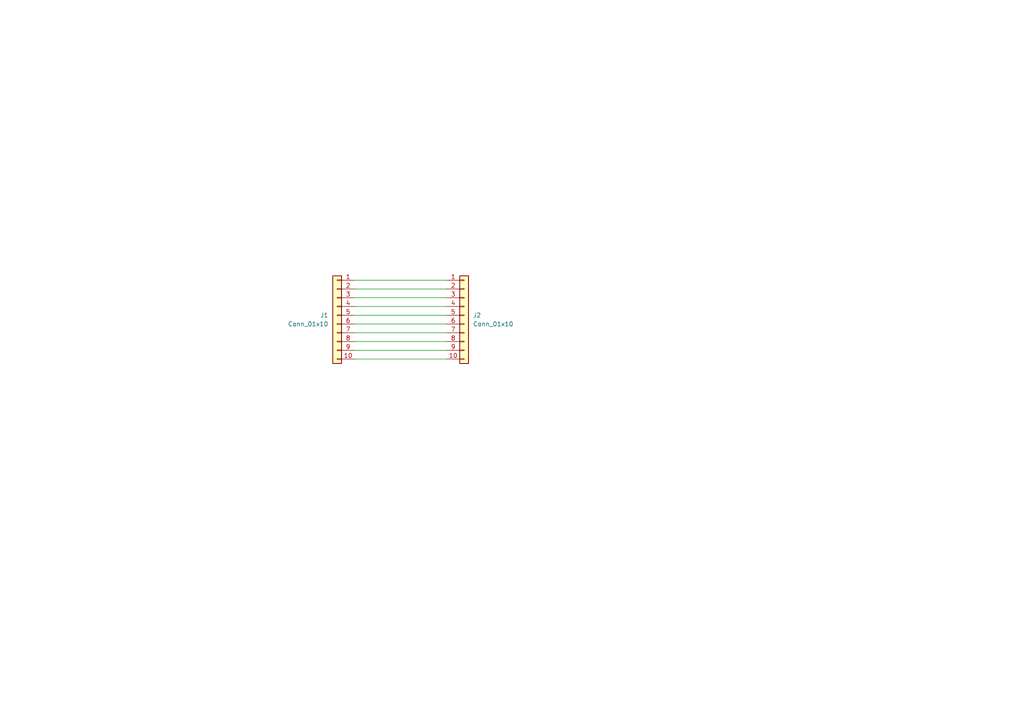
<source format=kicad_sch>
(kicad_sch (version 20230121) (generator eeschema)
  (paper "A4")
  (lib_symbols
    (symbol "Connector_Generic:Conn_01x10" (pin_names (offset 1.016) hide)
      (property "Reference" "J" (at 0 12.7 0))
      (property "Value" "Conn_01x10" (at 0 -15.24 0))
      (symbol "Conn_01x10_1_1"
        (rectangle (start -1.27 -12.573) (end 0 -12.827) (stroke (width 0.1524)))
        (rectangle (start -1.27 -10.033) (end 0 -10.287) (stroke (width 0.1524)))
        (rectangle (start -1.27 -7.493) (end 0 -7.747) (stroke (width 0.1524)))
        (rectangle (start -1.27 -4.953) (end 0 -5.207) (stroke (width 0.1524)))
        (rectangle (start -1.27 -2.413) (end 0 -2.667) (stroke (width 0.1524)))
        (rectangle (start -1.27 0.127) (end 0 -0.127) (stroke (width 0.1524)))
        (rectangle (start -1.27 2.667) (end 0 2.413) (stroke (width 0.1524)))
        (rectangle (start -1.27 5.207) (end 0 4.953) (stroke (width 0.1524)))
        (rectangle (start -1.27 7.747) (end 0 7.493) (stroke (width 0.1524)))
        (rectangle (start -1.27 10.287) (end 0 10.033) (stroke (width 0.1524)))
        (rectangle (start -1.27 11.43) (end 1.27 -13.97) (stroke (width 0.254)) (fill (type background)))
        (pin passive line (at -5.08 10.16 0) (length 3.81) (name "Pin_1") (number "1"))
        (pin passive line (at -5.08 -12.7 0) (length 3.81) (name "Pin_10") (number "10"))
        (pin passive line (at -5.08 7.62 0) (length 3.81) (name "Pin_2") (number "2"))
        (pin passive line (at -5.08 5.08 0) (length 3.81) (name "Pin_3") (number "3"))
        (pin passive line (at -5.08 2.54 0) (length 3.81) (name "Pin_4") (number "4"))
        (pin passive line (at -5.08 0 0) (length 3.81) (name "Pin_5") (number "5"))
        (pin passive line (at -5.08 -2.54 0) (length 3.81) (name "Pin_6") (number "6"))
        (pin passive line (at -5.08 -5.08 0) (length 3.81) (name "Pin_7") (number "7"))
        (pin passive line (at -5.08 -7.62 0) (length 3.81) (name "Pin_8") (number "8"))
        (pin passive line (at -5.08 -10.16 0) (length 3.81) (name "Pin_9") (number "9"))
      )
    )
  )
  (wire (pts (xy 129.54 93.98) (xy 102.87 93.98)))
  (wire (pts (xy 129.54 86.36) (xy 102.87 86.36)))
  (wire (pts (xy 129.54 81.28) (xy 102.87 81.28)))
  (wire (pts (xy 129.54 83.82) (xy 102.87 83.82)))
  (wire (pts (xy 129.54 96.52) (xy 102.87 96.52)))
  (wire (pts (xy 129.54 104.14) (xy 102.87 104.14)))
  (wire (pts (xy 129.54 99.06) (xy 102.87 99.06)))
  (wire (pts (xy 129.54 88.9) (xy 102.87 88.9)))
  (wire (pts (xy 129.54 101.6) (xy 102.87 101.6)))
  (wire (pts (xy 129.54 91.44) (xy 102.87 91.44)))
  (symbol (lib_id "Connector_Generic:Conn_01x10") (at 134.62 91.44 0) (unit 1)
    (property "Reference" "J2" (at 137.16 91.44 0) (effects (justify left)))
    (property "Value" "Conn_01x10" (at 137.16 93.98 0) (effects (justify left)))
    (property "Footprint" "dp_connector:wago_kf141r_2.54" (effects hide))
  )
  (symbol (lib_id "Connector_Generic:Conn_01x10") (at 97.79 91.44 0) (mirror y) (unit 1)
    (property "Reference" "J1" (at 95.25 91.44 0) (effects (justify left)))
    (property "Value" "Conn_01x10" (at 95.25 93.98 0) (effects (justify left)))
    (property "Footprint" "Connector_PinSocket_2.54mm:PinSocket_1x10_P2.54mm_Horizontal" (effects hide))
  )
)
</source>
